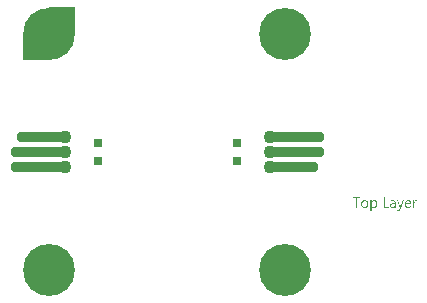
<source format=gtl>
G04*
G04 #@! TF.GenerationSoftware,Altium Limited,Altium Designer,22.4.2 (48)*
G04*
G04 Layer_Physical_Order=1*
G04 Layer_Color=255*
%FSAX44Y44*%
%MOMM*%
G71*
G04*
G04 #@! TF.SameCoordinates,3CED078E-C40B-4900-A66E-FCBC5E85EC31*
G04*
G04*
G04 #@! TF.FilePolarity,Positive*
G04*
G01*
G75*
G04:AMPARAMS|DCode=16|XSize=0.9mm|YSize=4.8mm|CornerRadius=0.351mm|HoleSize=0mm|Usage=FLASHONLY|Rotation=90.000|XOffset=0mm|YOffset=0mm|HoleType=Round|Shape=RoundedRectangle|*
%AMROUNDEDRECTD16*
21,1,0.9000,4.0980,0,0,90.0*
21,1,0.1980,4.8000,0,0,90.0*
1,1,0.7020,2.0490,0.0990*
1,1,0.7020,2.0490,-0.0990*
1,1,0.7020,-2.0490,-0.0990*
1,1,0.7020,-2.0490,0.0990*
%
%ADD16ROUNDEDRECTD16*%
G04:AMPARAMS|DCode=17|XSize=0.9mm|YSize=4.3mm|CornerRadius=0.351mm|HoleSize=0mm|Usage=FLASHONLY|Rotation=90.000|XOffset=0mm|YOffset=0mm|HoleType=Round|Shape=RoundedRectangle|*
%AMROUNDEDRECTD17*
21,1,0.9000,3.5980,0,0,90.0*
21,1,0.1980,4.3000,0,0,90.0*
1,1,0.7020,1.7990,0.0990*
1,1,0.7020,1.7990,-0.0990*
1,1,0.7020,-1.7990,-0.0990*
1,1,0.7020,-1.7990,0.0990*
%
%ADD17ROUNDEDRECTD17*%
%ADD19C,1.1000*%
%ADD22R,0.8000X0.8000*%
%ADD23C,0.2500*%
%ADD24C,4.4000*%
%ADD25C,0.6000*%
G36*
X-00122155Y00078000D02*
X-00099000Y00078000D01*
X-00078000Y00099000D01*
X-00078000Y00122155D01*
X-00099845Y00122155D01*
X-00122155Y00099845D01*
X-00122155Y00078000D01*
X-00122155Y00078000D02*
G37*
G36*
X00175295Y-00040988D02*
X00175381Y-00040995D01*
X00175483Y-00041003D01*
X00175601Y-00041027D01*
X00175735Y-00041051D01*
X00175884Y-00041090D01*
X00176033Y-00041137D01*
X00176190Y-00041192D01*
X00176347Y-00041262D01*
X00176512Y-00041341D01*
X00176669Y-00041443D01*
X00176818Y-00041561D01*
X00176967Y-00041694D01*
X00177100Y-00041843D01*
X00177108Y-00041851D01*
X00177132Y-00041882D01*
X00177163Y-00041929D01*
X00177210Y-00042000D01*
X00177257Y-00042087D01*
X00177320Y-00042189D01*
X00177383Y-00042314D01*
X00177446Y-00042448D01*
X00177508Y-00042604D01*
X00177571Y-00042777D01*
X00177634Y-00042965D01*
X00177681Y-00043170D01*
X00177728Y-00043389D01*
X00177759Y-00043625D01*
X00177783Y-00043876D01*
X00177791Y-00044135D01*
X00177791Y-00044143D01*
X00177791Y-00044151D01*
X00177791Y-00044174D01*
X00177791Y-00044206D01*
X00177783Y-00044292D01*
X00177775Y-00044402D01*
X00177767Y-00044535D01*
X00177752Y-00044692D01*
X00177728Y-00044865D01*
X00177697Y-00045053D01*
X00177650Y-00045250D01*
X00177603Y-00045461D01*
X00177540Y-00045673D01*
X00177461Y-00045885D01*
X00177375Y-00046097D01*
X00177273Y-00046309D01*
X00177147Y-00046505D01*
X00177014Y-00046694D01*
X00177006Y-00046701D01*
X00176975Y-00046733D01*
X00176935Y-00046780D01*
X00176873Y-00046843D01*
X00176794Y-00046913D01*
X00176700Y-00047000D01*
X00176582Y-00047086D01*
X00176457Y-00047172D01*
X00176315Y-00047259D01*
X00176150Y-00047345D01*
X00175978Y-00047431D01*
X00175790Y-00047502D01*
X00175585Y-00047565D01*
X00175366Y-00047612D01*
X00175130Y-00047643D01*
X00174887Y-00047651D01*
X00174832Y-00047651D01*
X00174769Y-00047643D01*
X00174683Y-00047635D01*
X00174581Y-00047620D01*
X00174463Y-00047596D01*
X00174330Y-00047565D01*
X00174181Y-00047518D01*
X00174031Y-00047463D01*
X00173874Y-00047392D01*
X00173717Y-00047306D01*
X00173553Y-00047204D01*
X00173396Y-00047078D01*
X00173247Y-00046937D01*
X00173105Y-00046772D01*
X00172972Y-00046584D01*
X00172948Y-00046584D01*
X00172948Y-00050430D01*
X00171928Y-00050430D01*
X00171928Y-00041129D01*
X00172948Y-00041129D01*
X00172948Y-00042251D01*
X00172972Y-00042251D01*
X00172980Y-00042236D01*
X00173011Y-00042196D01*
X00173050Y-00042134D01*
X00173113Y-00042055D01*
X00173192Y-00041953D01*
X00173286Y-00041851D01*
X00173403Y-00041733D01*
X00173529Y-00041616D01*
X00173678Y-00041498D01*
X00173843Y-00041380D01*
X00174024Y-00041278D01*
X00174220Y-00041176D01*
X00174432Y-00041098D01*
X00174667Y-00041035D01*
X00174911Y-00040995D01*
X00175177Y-00040980D01*
X00175232Y-00040980D01*
X00175295Y-00040988D01*
X00175295Y-00040988D02*
G37*
G36*
X00211085Y-00041027D02*
X00211171Y-00041027D01*
X00211265Y-00041043D01*
X00211367Y-00041058D01*
X00211469Y-00041074D01*
X00211556Y-00041105D01*
X00211556Y-00042165D01*
X00211540Y-00042157D01*
X00211509Y-00042134D01*
X00211446Y-00042102D01*
X00211359Y-00042063D01*
X00211242Y-00042024D01*
X00211116Y-00041992D01*
X00210959Y-00041969D01*
X00210779Y-00041961D01*
X00210716Y-00041961D01*
X00210669Y-00041969D01*
X00210614Y-00041977D01*
X00210551Y-00041992D01*
X00210402Y-00042039D01*
X00210315Y-00042071D01*
X00210229Y-00042110D01*
X00210135Y-00042165D01*
X00210041Y-00042220D01*
X00209954Y-00042291D01*
X00209860Y-00042377D01*
X00209774Y-00042471D01*
X00209688Y-00042581D01*
X00209680Y-00042589D01*
X00209672Y-00042612D01*
X00209648Y-00042644D01*
X00209617Y-00042691D01*
X00209586Y-00042754D01*
X00209546Y-00042832D01*
X00209507Y-00042919D01*
X00209468Y-00043021D01*
X00209429Y-00043130D01*
X00209389Y-00043256D01*
X00209350Y-00043397D01*
X00209319Y-00043546D01*
X00209287Y-00043711D01*
X00209264Y-00043884D01*
X00209256Y-00044064D01*
X00209248Y-00044261D01*
X00209248Y-00047502D01*
X00208228Y-00047502D01*
X00208228Y-00041129D01*
X00209248Y-00041129D01*
X00209248Y-00042448D01*
X00209272Y-00042448D01*
X00209272Y-00042440D01*
X00209279Y-00042416D01*
X00209295Y-00042385D01*
X00209311Y-00042338D01*
X00209334Y-00042283D01*
X00209366Y-00042212D01*
X00209436Y-00042063D01*
X00209531Y-00041890D01*
X00209648Y-00041718D01*
X00209782Y-00041553D01*
X00209939Y-00041396D01*
X00209947Y-00041388D01*
X00209962Y-00041380D01*
X00209986Y-00041364D01*
X00210017Y-00041333D01*
X00210056Y-00041309D01*
X00210111Y-00041278D01*
X00210229Y-00041207D01*
X00210378Y-00041137D01*
X00210551Y-00041074D01*
X00210739Y-00041035D01*
X00210841Y-00041027D01*
X00210943Y-00041019D01*
X00211006Y-00041019D01*
X00211085Y-00041027D01*
X00211085Y-00041027D02*
G37*
G36*
X00197538Y-00048522D02*
X00197538Y-00048530D01*
X00197530Y-00048546D01*
X00197514Y-00048569D01*
X00197499Y-00048609D01*
X00197483Y-00048656D01*
X00197460Y-00048703D01*
X00197397Y-00048829D01*
X00197310Y-00048978D01*
X00197216Y-00049150D01*
X00197099Y-00049323D01*
X00196965Y-00049511D01*
X00196816Y-00049692D01*
X00196651Y-00049872D01*
X00196471Y-00050045D01*
X00196274Y-00050194D01*
X00196062Y-00050320D01*
X00195953Y-00050367D01*
X00195835Y-00050414D01*
X00195717Y-00050453D01*
X00195592Y-00050477D01*
X00195466Y-00050492D01*
X00195333Y-00050500D01*
X00195270Y-00050500D01*
X00195191Y-00050492D01*
X00195097Y-00050492D01*
X00194995Y-00050477D01*
X00194885Y-00050461D01*
X00194767Y-00050445D01*
X00194665Y-00050414D01*
X00194665Y-00049503D01*
X00194681Y-00049511D01*
X00194720Y-00049519D01*
X00194783Y-00049535D01*
X00194862Y-00049558D01*
X00194956Y-00049582D01*
X00195058Y-00049598D01*
X00195168Y-00049605D01*
X00195270Y-00049613D01*
X00195301Y-00049613D01*
X00195340Y-00049605D01*
X00195395Y-00049598D01*
X00195458Y-00049582D01*
X00195537Y-00049566D01*
X00195615Y-00049535D01*
X00195709Y-00049496D01*
X00195796Y-00049448D01*
X00195898Y-00049386D01*
X00195992Y-00049315D01*
X00196086Y-00049229D01*
X00196180Y-00049119D01*
X00196274Y-00049001D01*
X00196353Y-00048860D01*
X00196431Y-00048695D01*
X00196942Y-00047494D01*
X00194454Y-00041129D01*
X00195584Y-00041129D01*
X00197310Y-00046034D01*
X00197310Y-00046042D01*
X00197318Y-00046058D01*
X00197326Y-00046081D01*
X00197342Y-00046129D01*
X00197358Y-00046191D01*
X00197373Y-00046278D01*
X00197405Y-00046388D01*
X00197436Y-00046521D01*
X00197475Y-00046521D01*
X00197475Y-00046513D01*
X00197483Y-00046490D01*
X00197491Y-00046458D01*
X00197507Y-00046403D01*
X00197522Y-00046340D01*
X00197538Y-00046262D01*
X00197569Y-00046160D01*
X00197601Y-00046050D01*
X00199414Y-00041129D01*
X00200466Y-00041129D01*
X00197538Y-00048522D01*
X00197538Y-00048522D02*
G37*
G36*
X00191322Y-00040988D02*
X00191377Y-00040988D01*
X00191432Y-00040995D01*
X00191502Y-00041003D01*
X00191581Y-00041019D01*
X00191746Y-00041051D01*
X00191942Y-00041105D01*
X00192138Y-00041176D01*
X00192350Y-00041278D01*
X00192562Y-00041404D01*
X00192664Y-00041474D01*
X00192766Y-00041561D01*
X00192860Y-00041655D01*
X00192954Y-00041749D01*
X00193041Y-00041859D01*
X00193119Y-00041985D01*
X00193198Y-00042110D01*
X00193268Y-00042251D01*
X00193323Y-00042408D01*
X00193378Y-00042573D01*
X00193417Y-00042746D01*
X00193449Y-00042942D01*
X00193465Y-00043138D01*
X00193472Y-00043358D01*
X00193472Y-00047502D01*
X00192452Y-00047502D01*
X00192452Y-00046513D01*
X00192428Y-00046513D01*
X00192421Y-00046529D01*
X00192397Y-00046560D01*
X00192358Y-00046615D01*
X00192303Y-00046694D01*
X00192232Y-00046780D01*
X00192146Y-00046874D01*
X00192052Y-00046976D01*
X00191934Y-00047078D01*
X00191801Y-00047188D01*
X00191659Y-00047290D01*
X00191495Y-00047384D01*
X00191322Y-00047471D01*
X00191126Y-00047549D01*
X00190922Y-00047604D01*
X00190702Y-00047635D01*
X00190466Y-00047651D01*
X00190372Y-00047651D01*
X00190309Y-00047643D01*
X00190231Y-00047635D01*
X00190137Y-00047628D01*
X00190035Y-00047612D01*
X00189925Y-00047588D01*
X00189681Y-00047526D01*
X00189564Y-00047486D01*
X00189438Y-00047439D01*
X00189313Y-00047384D01*
X00189195Y-00047314D01*
X00189085Y-00047235D01*
X00188975Y-00047149D01*
X00188967Y-00047141D01*
X00188952Y-00047125D01*
X00188928Y-00047094D01*
X00188889Y-00047055D01*
X00188850Y-00047008D01*
X00188810Y-00046945D01*
X00188755Y-00046874D01*
X00188708Y-00046796D01*
X00188661Y-00046701D01*
X00188614Y-00046599D01*
X00188567Y-00046490D01*
X00188528Y-00046372D01*
X00188489Y-00046246D01*
X00188465Y-00046113D01*
X00188449Y-00045964D01*
X00188442Y-00045815D01*
X00188442Y-00045807D01*
X00188442Y-00045791D01*
X00188442Y-00045767D01*
X00188449Y-00045736D01*
X00188449Y-00045697D01*
X00188457Y-00045650D01*
X00188473Y-00045532D01*
X00188504Y-00045391D01*
X00188551Y-00045234D01*
X00188614Y-00045061D01*
X00188708Y-00044881D01*
X00188818Y-00044700D01*
X00188952Y-00044520D01*
X00189038Y-00044433D01*
X00189124Y-00044347D01*
X00189226Y-00044261D01*
X00189328Y-00044182D01*
X00189446Y-00044104D01*
X00189572Y-00044033D01*
X00189705Y-00043970D01*
X00189854Y-00043907D01*
X00190011Y-00043852D01*
X00190176Y-00043805D01*
X00190357Y-00043766D01*
X00190545Y-00043735D01*
X00192452Y-00043468D01*
X00192452Y-00043460D01*
X00192452Y-00043452D01*
X00192452Y-00043429D01*
X00192452Y-00043397D01*
X00192444Y-00043319D01*
X00192428Y-00043217D01*
X00192413Y-00043091D01*
X00192381Y-00042950D01*
X00192342Y-00042809D01*
X00192287Y-00042652D01*
X00192217Y-00042502D01*
X00192130Y-00042353D01*
X00192028Y-00042220D01*
X00191903Y-00042094D01*
X00191746Y-00041992D01*
X00191573Y-00041914D01*
X00191479Y-00041882D01*
X00191369Y-00041859D01*
X00191259Y-00041851D01*
X00191141Y-00041843D01*
X00191086Y-00041843D01*
X00191031Y-00041851D01*
X00190945Y-00041859D01*
X00190843Y-00041867D01*
X00190725Y-00041882D01*
X00190592Y-00041906D01*
X00190451Y-00041937D01*
X00190294Y-00041985D01*
X00190129Y-00042032D01*
X00189956Y-00042094D01*
X00189776Y-00042173D01*
X00189595Y-00042267D01*
X00189415Y-00042369D01*
X00189234Y-00042487D01*
X00189062Y-00042628D01*
X00189062Y-00041584D01*
X00189069Y-00041576D01*
X00189101Y-00041561D01*
X00189156Y-00041529D01*
X00189226Y-00041490D01*
X00189321Y-00041443D01*
X00189422Y-00041396D01*
X00189548Y-00041341D01*
X00189689Y-00041278D01*
X00189839Y-00041223D01*
X00190003Y-00041168D01*
X00190184Y-00041121D01*
X00190372Y-00041074D01*
X00190576Y-00041035D01*
X00190780Y-00041003D01*
X00191000Y-00040988D01*
X00191228Y-00040980D01*
X00191283Y-00040980D01*
X00191322Y-00040988D01*
X00191322Y-00040988D02*
G37*
G36*
X00184101Y-00046560D02*
X00187688Y-00046560D01*
X00187688Y-00047502D01*
X00183057Y-00047502D01*
X00183057Y-00038578D01*
X00184101Y-00038578D01*
X00184101Y-00046560D01*
X00184101Y-00046560D02*
G37*
G36*
X00163193Y-00039528D02*
X00160618Y-00039528D01*
X00160618Y-00047502D01*
X00159574Y-00047502D01*
X00159574Y-00039528D01*
X00157000Y-00039528D01*
X00157000Y-00038578D01*
X00163193Y-00038578D01*
X00163193Y-00039528D01*
X00163193Y-00039528D02*
G37*
G36*
X00204186Y-00040988D02*
X00204272Y-00040995D01*
X00204382Y-00041003D01*
X00204500Y-00041019D01*
X00204633Y-00041051D01*
X00204774Y-00041082D01*
X00204931Y-00041121D01*
X00205088Y-00041176D01*
X00205245Y-00041247D01*
X00205410Y-00041325D01*
X00205567Y-00041419D01*
X00205716Y-00041529D01*
X00205865Y-00041655D01*
X00205999Y-00041796D01*
X00206007Y-00041804D01*
X00206030Y-00041835D01*
X00206062Y-00041882D01*
X00206109Y-00041945D01*
X00206156Y-00042024D01*
X00206218Y-00042126D01*
X00206281Y-00042243D01*
X00206344Y-00042377D01*
X00206407Y-00042534D01*
X00206470Y-00042699D01*
X00206532Y-00042887D01*
X00206580Y-00043083D01*
X00206627Y-00043303D01*
X00206658Y-00043531D01*
X00206682Y-00043782D01*
X00206689Y-00044041D01*
X00206689Y-00044574D01*
X00202184Y-00044574D01*
X00202184Y-00044590D01*
X00202184Y-00044622D01*
X00202192Y-00044676D01*
X00202200Y-00044747D01*
X00202208Y-00044841D01*
X00202224Y-00044943D01*
X00202239Y-00045053D01*
X00202271Y-00045179D01*
X00202341Y-00045446D01*
X00202388Y-00045579D01*
X00202443Y-00045720D01*
X00202506Y-00045854D01*
X00202577Y-00045987D01*
X00202663Y-00046105D01*
X00202757Y-00046223D01*
X00202765Y-00046231D01*
X00202781Y-00046246D01*
X00202812Y-00046278D01*
X00202859Y-00046309D01*
X00202914Y-00046356D01*
X00202985Y-00046403D01*
X00203063Y-00046458D01*
X00203150Y-00046505D01*
X00203252Y-00046560D01*
X00203370Y-00046615D01*
X00203487Y-00046662D01*
X00203629Y-00046709D01*
X00203770Y-00046741D01*
X00203927Y-00046772D01*
X00204092Y-00046788D01*
X00204264Y-00046796D01*
X00204311Y-00046796D01*
X00204366Y-00046788D01*
X00204445Y-00046788D01*
X00204539Y-00046772D01*
X00204649Y-00046756D01*
X00204774Y-00046733D01*
X00204916Y-00046709D01*
X00205065Y-00046670D01*
X00205222Y-00046623D01*
X00205387Y-00046568D01*
X00205551Y-00046497D01*
X00205724Y-00046419D01*
X00205897Y-00046325D01*
X00206069Y-00046215D01*
X00206242Y-00046089D01*
X00206242Y-00047047D01*
X00206234Y-00047055D01*
X00206203Y-00047070D01*
X00206156Y-00047102D01*
X00206093Y-00047141D01*
X00206007Y-00047188D01*
X00205905Y-00047235D01*
X00205787Y-00047290D01*
X00205653Y-00047345D01*
X00205497Y-00047408D01*
X00205332Y-00047463D01*
X00205151Y-00047510D01*
X00204955Y-00047557D01*
X00204743Y-00047596D01*
X00204515Y-00047628D01*
X00204272Y-00047643D01*
X00204021Y-00047651D01*
X00203958Y-00047651D01*
X00203895Y-00047643D01*
X00203801Y-00047635D01*
X00203683Y-00047628D01*
X00203550Y-00047604D01*
X00203409Y-00047580D01*
X00203252Y-00047541D01*
X00203087Y-00047494D01*
X00202914Y-00047439D01*
X00202734Y-00047369D01*
X00202561Y-00047290D01*
X00202381Y-00047188D01*
X00202216Y-00047070D01*
X00202051Y-00046937D01*
X00201902Y-00046788D01*
X00201894Y-00046780D01*
X00201870Y-00046749D01*
X00201831Y-00046694D01*
X00201784Y-00046623D01*
X00201721Y-00046537D01*
X00201658Y-00046427D01*
X00201588Y-00046301D01*
X00201517Y-00046152D01*
X00201447Y-00045995D01*
X00201376Y-00045807D01*
X00201313Y-00045610D01*
X00201250Y-00045391D01*
X00201203Y-00045155D01*
X00201164Y-00044904D01*
X00201140Y-00044630D01*
X00201133Y-00044347D01*
X00201133Y-00044339D01*
X00201133Y-00044331D01*
X00201133Y-00044308D01*
X00201133Y-00044284D01*
X00201140Y-00044206D01*
X00201148Y-00044096D01*
X00201156Y-00043970D01*
X00201180Y-00043829D01*
X00201203Y-00043664D01*
X00201235Y-00043484D01*
X00201282Y-00043295D01*
X00201337Y-00043099D01*
X00201407Y-00042895D01*
X00201486Y-00042691D01*
X00201580Y-00042495D01*
X00201698Y-00042291D01*
X00201823Y-00042102D01*
X00201972Y-00041922D01*
X00201980Y-00041914D01*
X00202012Y-00041882D01*
X00202059Y-00041835D01*
X00202122Y-00041773D01*
X00202208Y-00041702D01*
X00202310Y-00041623D01*
X00202420Y-00041537D01*
X00202553Y-00041451D01*
X00202694Y-00041364D01*
X00202859Y-00041278D01*
X00203032Y-00041200D01*
X00203213Y-00041129D01*
X00203409Y-00041066D01*
X00203621Y-00041019D01*
X00203840Y-00040988D01*
X00204068Y-00040980D01*
X00204123Y-00040980D01*
X00204186Y-00040988D01*
X00204186Y-00040988D02*
G37*
G36*
X00167407Y-00040988D02*
X00167509Y-00040995D01*
X00167627Y-00041003D01*
X00167768Y-00041027D01*
X00167917Y-00041051D01*
X00168082Y-00041090D01*
X00168263Y-00041137D01*
X00168443Y-00041192D01*
X00168624Y-00041262D01*
X00168812Y-00041349D01*
X00168993Y-00041451D01*
X00169173Y-00041568D01*
X00169338Y-00041702D01*
X00169495Y-00041859D01*
X00169503Y-00041867D01*
X00169526Y-00041898D01*
X00169566Y-00041953D01*
X00169620Y-00042024D01*
X00169683Y-00042110D01*
X00169746Y-00042220D01*
X00169825Y-00042345D01*
X00169895Y-00042495D01*
X00169974Y-00042660D01*
X00170044Y-00042840D01*
X00170107Y-00043036D01*
X00170170Y-00043256D01*
X00170225Y-00043491D01*
X00170264Y-00043743D01*
X00170288Y-00044009D01*
X00170296Y-00044292D01*
X00170296Y-00044300D01*
X00170296Y-00044308D01*
X00170296Y-00044331D01*
X00170296Y-00044363D01*
X00170288Y-00044441D01*
X00170280Y-00044543D01*
X00170272Y-00044676D01*
X00170248Y-00044826D01*
X00170225Y-00044991D01*
X00170186Y-00045171D01*
X00170138Y-00045359D01*
X00170084Y-00045563D01*
X00170013Y-00045767D01*
X00169935Y-00045972D01*
X00169832Y-00046176D01*
X00169715Y-00046372D01*
X00169581Y-00046560D01*
X00169432Y-00046741D01*
X00169424Y-00046749D01*
X00169393Y-00046780D01*
X00169346Y-00046827D01*
X00169275Y-00046882D01*
X00169189Y-00046953D01*
X00169087Y-00047031D01*
X00168961Y-00047110D01*
X00168820Y-00047196D01*
X00168663Y-00047282D01*
X00168490Y-00047361D01*
X00168302Y-00047439D01*
X00168098Y-00047510D01*
X00167870Y-00047565D01*
X00167635Y-00047612D01*
X00167391Y-00047643D01*
X00167125Y-00047651D01*
X00167062Y-00047651D01*
X00166991Y-00047643D01*
X00166889Y-00047635D01*
X00166772Y-00047628D01*
X00166630Y-00047604D01*
X00166481Y-00047580D01*
X00166316Y-00047541D01*
X00166136Y-00047494D01*
X00165955Y-00047431D01*
X00165767Y-00047361D01*
X00165578Y-00047274D01*
X00165390Y-00047172D01*
X00165202Y-00047055D01*
X00165029Y-00046921D01*
X00164864Y-00046764D01*
X00164856Y-00046756D01*
X00164825Y-00046725D01*
X00164786Y-00046670D01*
X00164731Y-00046599D01*
X00164668Y-00046513D01*
X00164597Y-00046403D01*
X00164527Y-00046278D01*
X00164448Y-00046129D01*
X00164370Y-00045972D01*
X00164291Y-00045791D01*
X00164221Y-00045595D01*
X00164158Y-00045383D01*
X00164103Y-00045163D01*
X00164064Y-00044920D01*
X00164032Y-00044661D01*
X00164025Y-00044394D01*
X00164025Y-00044386D01*
X00164025Y-00044378D01*
X00164025Y-00044355D01*
X00164025Y-00044323D01*
X00164032Y-00044237D01*
X00164040Y-00044127D01*
X00164048Y-00043994D01*
X00164072Y-00043837D01*
X00164095Y-00043664D01*
X00164134Y-00043476D01*
X00164181Y-00043280D01*
X00164236Y-00043075D01*
X00164307Y-00042863D01*
X00164393Y-00042652D01*
X00164495Y-00042448D01*
X00164605Y-00042251D01*
X00164739Y-00042063D01*
X00164896Y-00041882D01*
X00164904Y-00041875D01*
X00164935Y-00041843D01*
X00164990Y-00041796D01*
X00165061Y-00041741D01*
X00165147Y-00041670D01*
X00165257Y-00041600D01*
X00165382Y-00041514D01*
X00165523Y-00041427D01*
X00165681Y-00041349D01*
X00165861Y-00041262D01*
X00166057Y-00041192D01*
X00166269Y-00041121D01*
X00166497Y-00041066D01*
X00166740Y-00041019D01*
X00166999Y-00040988D01*
X00167274Y-00040980D01*
X00167337Y-00040980D01*
X00167407Y-00040988D01*
X00167407Y-00040988D02*
G37*
%LPC*%
G36*
X00174926Y-00041843D02*
X00174840Y-00041843D01*
X00174777Y-00041851D01*
X00174699Y-00041859D01*
X00174612Y-00041875D01*
X00174518Y-00041898D01*
X00174408Y-00041922D01*
X00174298Y-00041953D01*
X00174181Y-00041992D01*
X00174063Y-00042047D01*
X00173945Y-00042102D01*
X00173827Y-00042173D01*
X00173710Y-00042259D01*
X00173592Y-00042353D01*
X00173490Y-00042463D01*
X00173482Y-00042471D01*
X00173466Y-00042495D01*
X00173443Y-00042526D01*
X00173403Y-00042573D01*
X00173364Y-00042636D01*
X00173317Y-00042706D01*
X00173270Y-00042793D01*
X00173223Y-00042887D01*
X00173168Y-00042997D01*
X00173121Y-00043115D01*
X00173074Y-00043240D01*
X00173035Y-00043382D01*
X00172995Y-00043531D01*
X00172972Y-00043680D01*
X00172956Y-00043845D01*
X00172948Y-00044017D01*
X00172948Y-00044904D01*
X00172948Y-00044912D01*
X00172948Y-00044935D01*
X00172948Y-00044983D01*
X00172956Y-00045038D01*
X00172964Y-00045108D01*
X00172972Y-00045187D01*
X00172988Y-00045273D01*
X00173011Y-00045367D01*
X00173074Y-00045579D01*
X00173113Y-00045689D01*
X00173160Y-00045807D01*
X00173223Y-00045917D01*
X00173294Y-00046034D01*
X00173372Y-00046144D01*
X00173458Y-00046246D01*
X00173466Y-00046254D01*
X00173482Y-00046270D01*
X00173513Y-00046293D01*
X00173553Y-00046333D01*
X00173600Y-00046372D01*
X00173662Y-00046419D01*
X00173733Y-00046466D01*
X00173820Y-00046521D01*
X00173906Y-00046568D01*
X00174008Y-00046623D01*
X00174118Y-00046670D01*
X00174228Y-00046709D01*
X00174353Y-00046749D01*
X00174487Y-00046772D01*
X00174628Y-00046788D01*
X00174769Y-00046796D01*
X00174808Y-00046796D01*
X00174855Y-00046788D01*
X00174926Y-00046788D01*
X00174997Y-00046772D01*
X00175091Y-00046756D01*
X00175193Y-00046733D01*
X00175295Y-00046709D01*
X00175413Y-00046670D01*
X00175530Y-00046623D01*
X00175648Y-00046568D01*
X00175774Y-00046497D01*
X00175891Y-00046419D01*
X00176009Y-00046325D01*
X00176119Y-00046215D01*
X00176221Y-00046089D01*
X00176229Y-00046081D01*
X00176245Y-00046058D01*
X00176268Y-00046019D01*
X00176308Y-00045956D01*
X00176347Y-00045885D01*
X00176386Y-00045799D01*
X00176433Y-00045689D01*
X00176488Y-00045571D01*
X00176535Y-00045438D01*
X00176582Y-00045289D01*
X00176621Y-00045132D01*
X00176669Y-00044951D01*
X00176700Y-00044763D01*
X00176723Y-00044559D01*
X00176739Y-00044339D01*
X00176747Y-00044111D01*
X00176747Y-00044096D01*
X00176747Y-00044064D01*
X00176747Y-00044009D01*
X00176739Y-00043939D01*
X00176731Y-00043845D01*
X00176723Y-00043743D01*
X00176708Y-00043633D01*
X00176684Y-00043507D01*
X00176629Y-00043240D01*
X00176590Y-00043099D01*
X00176535Y-00042965D01*
X00176480Y-00042824D01*
X00176417Y-00042691D01*
X00176339Y-00042565D01*
X00176253Y-00042448D01*
X00176245Y-00042440D01*
X00176229Y-00042424D01*
X00176206Y-00042393D01*
X00176166Y-00042353D01*
X00176111Y-00042306D01*
X00176056Y-00042259D01*
X00175986Y-00042204D01*
X00175907Y-00042141D01*
X00175813Y-00042087D01*
X00175719Y-00042032D01*
X00175609Y-00041985D01*
X00175491Y-00041937D01*
X00175358Y-00041898D01*
X00175224Y-00041867D01*
X00175083Y-00041851D01*
X00174926Y-00041843D01*
X00174926Y-00041843D02*
G37*
G36*
X00192452Y-00044284D02*
X00190914Y-00044496D01*
X00190906Y-00044496D01*
X00190882Y-00044504D01*
X00190843Y-00044504D01*
X00190796Y-00044512D01*
X00190741Y-00044527D01*
X00190671Y-00044543D01*
X00190513Y-00044574D01*
X00190341Y-00044622D01*
X00190168Y-00044684D01*
X00189995Y-00044763D01*
X00189917Y-00044802D01*
X00189846Y-00044849D01*
X00189831Y-00044865D01*
X00189791Y-00044896D01*
X00189729Y-00044959D01*
X00189666Y-00045053D01*
X00189603Y-00045179D01*
X00189572Y-00045250D01*
X00189540Y-00045328D01*
X00189517Y-00045414D01*
X00189501Y-00045516D01*
X00189493Y-00045618D01*
X00189485Y-00045736D01*
X00189485Y-00045744D01*
X00189485Y-00045760D01*
X00189485Y-00045783D01*
X00189493Y-00045815D01*
X00189501Y-00045901D01*
X00189525Y-00046011D01*
X00189564Y-00046129D01*
X00189627Y-00046262D01*
X00189705Y-00046388D01*
X00189815Y-00046505D01*
X00189823Y-00046505D01*
X00189831Y-00046521D01*
X00189878Y-00046552D01*
X00189948Y-00046599D01*
X00190050Y-00046646D01*
X00190184Y-00046701D01*
X00190333Y-00046749D01*
X00190513Y-00046780D01*
X00190710Y-00046796D01*
X00190780Y-00046796D01*
X00190835Y-00046788D01*
X00190898Y-00046780D01*
X00190977Y-00046764D01*
X00191055Y-00046749D01*
X00191149Y-00046725D01*
X00191345Y-00046662D01*
X00191448Y-00046623D01*
X00191557Y-00046568D01*
X00191659Y-00046505D01*
X00191761Y-00046435D01*
X00191863Y-00046356D01*
X00191958Y-00046262D01*
X00191966Y-00046254D01*
X00191981Y-00046238D01*
X00192005Y-00046207D01*
X00192036Y-00046168D01*
X00192075Y-00046113D01*
X00192115Y-00046050D01*
X00192162Y-00045979D01*
X00192209Y-00045893D01*
X00192248Y-00045799D01*
X00192295Y-00045697D01*
X00192334Y-00045587D01*
X00192374Y-00045469D01*
X00192405Y-00045344D01*
X00192428Y-00045210D01*
X00192444Y-00045069D01*
X00192452Y-00044920D01*
X00192452Y-00044284D01*
X00192452Y-00044284D02*
G37*
G36*
X00204052Y-00041843D02*
X00203982Y-00041843D01*
X00203935Y-00041851D01*
X00203872Y-00041859D01*
X00203793Y-00041867D01*
X00203715Y-00041882D01*
X00203629Y-00041906D01*
X00203432Y-00041969D01*
X00203330Y-00042008D01*
X00203228Y-00042063D01*
X00203126Y-00042118D01*
X00203016Y-00042189D01*
X00202922Y-00042267D01*
X00202820Y-00042361D01*
X00202812Y-00042369D01*
X00202796Y-00042385D01*
X00202773Y-00042416D01*
X00202742Y-00042455D01*
X00202702Y-00042510D01*
X00202655Y-00042565D01*
X00202608Y-00042644D01*
X00202553Y-00042722D01*
X00202498Y-00042816D01*
X00202451Y-00042919D01*
X00202396Y-00043028D01*
X00202349Y-00043146D01*
X00202302Y-00043280D01*
X00202263Y-00043413D01*
X00202224Y-00043562D01*
X00202200Y-00043711D01*
X00205646Y-00043711D01*
X00205646Y-00043703D01*
X00205646Y-00043672D01*
X00205646Y-00043625D01*
X00205638Y-00043562D01*
X00205630Y-00043491D01*
X00205622Y-00043405D01*
X00205606Y-00043311D01*
X00205591Y-00043209D01*
X00205536Y-00042989D01*
X00205457Y-00042754D01*
X00205410Y-00042644D01*
X00205355Y-00042534D01*
X00205292Y-00042432D01*
X00205214Y-00042338D01*
X00205206Y-00042330D01*
X00205198Y-00042314D01*
X00205175Y-00042291D01*
X00205135Y-00042259D01*
X00205096Y-00042220D01*
X00205041Y-00042181D01*
X00204986Y-00042134D01*
X00204916Y-00042087D01*
X00204837Y-00042047D01*
X00204751Y-00042000D01*
X00204649Y-00041961D01*
X00204547Y-00041922D01*
X00204437Y-00041890D01*
X00204319Y-00041867D01*
X00204186Y-00041851D01*
X00204052Y-00041843D01*
X00204052Y-00041843D02*
G37*
G36*
X00167195Y-00041843D02*
X00167156Y-00041843D01*
X00167101Y-00041851D01*
X00167031Y-00041851D01*
X00166952Y-00041867D01*
X00166858Y-00041875D01*
X00166748Y-00041898D01*
X00166630Y-00041929D01*
X00166513Y-00041961D01*
X00166387Y-00042008D01*
X00166254Y-00042063D01*
X00166128Y-00042126D01*
X00165994Y-00042204D01*
X00165869Y-00042291D01*
X00165751Y-00042393D01*
X00165641Y-00042510D01*
X00165633Y-00042518D01*
X00165618Y-00042542D01*
X00165586Y-00042581D01*
X00165555Y-00042636D01*
X00165508Y-00042699D01*
X00165461Y-00042785D01*
X00165406Y-00042879D01*
X00165359Y-00042989D01*
X00165304Y-00043115D01*
X00165249Y-00043256D01*
X00165202Y-00043405D01*
X00165155Y-00043570D01*
X00165123Y-00043750D01*
X00165092Y-00043939D01*
X00165076Y-00044143D01*
X00165068Y-00044355D01*
X00165068Y-00044370D01*
X00165068Y-00044402D01*
X00165076Y-00044465D01*
X00165076Y-00044543D01*
X00165084Y-00044637D01*
X00165100Y-00044747D01*
X00165115Y-00044873D01*
X00165139Y-00045006D01*
X00165170Y-00045148D01*
X00165210Y-00045289D01*
X00165257Y-00045438D01*
X00165312Y-00045587D01*
X00165374Y-00045736D01*
X00165453Y-00045877D01*
X00165539Y-00046019D01*
X00165641Y-00046144D01*
X00165649Y-00046152D01*
X00165665Y-00046176D01*
X00165704Y-00046207D01*
X00165751Y-00046246D01*
X00165806Y-00046293D01*
X00165877Y-00046348D01*
X00165963Y-00046411D01*
X00166057Y-00046466D01*
X00166159Y-00046529D01*
X00166277Y-00046592D01*
X00166403Y-00046646D01*
X00166544Y-00046694D01*
X00166693Y-00046733D01*
X00166850Y-00046764D01*
X00167015Y-00046788D01*
X00167195Y-00046796D01*
X00167242Y-00046796D01*
X00167290Y-00046788D01*
X00167360Y-00046788D01*
X00167439Y-00046772D01*
X00167533Y-00046764D01*
X00167643Y-00046741D01*
X00167760Y-00046717D01*
X00167878Y-00046686D01*
X00168004Y-00046639D01*
X00168129Y-00046592D01*
X00168255Y-00046529D01*
X00168380Y-00046458D01*
X00168498Y-00046372D01*
X00168616Y-00046270D01*
X00168718Y-00046160D01*
X00168726Y-00046152D01*
X00168741Y-00046129D01*
X00168765Y-00046089D01*
X00168804Y-00046042D01*
X00168843Y-00045972D01*
X00168891Y-00045893D01*
X00168938Y-00045799D01*
X00168985Y-00045689D01*
X00169032Y-00045563D01*
X00169087Y-00045430D01*
X00169126Y-00045281D01*
X00169165Y-00045116D01*
X00169205Y-00044943D01*
X00169228Y-00044747D01*
X00169244Y-00044543D01*
X00169252Y-00044331D01*
X00169252Y-00044316D01*
X00169252Y-00044276D01*
X00169252Y-00044214D01*
X00169244Y-00044135D01*
X00169236Y-00044033D01*
X00169220Y-00043923D01*
X00169205Y-00043790D01*
X00169189Y-00043656D01*
X00169118Y-00043358D01*
X00169079Y-00043209D01*
X00169024Y-00043052D01*
X00168969Y-00042903D01*
X00168891Y-00042762D01*
X00168812Y-00042620D01*
X00168718Y-00042495D01*
X00168710Y-00042487D01*
X00168694Y-00042463D01*
X00168663Y-00042432D01*
X00168616Y-00042393D01*
X00168561Y-00042345D01*
X00168498Y-00042291D01*
X00168420Y-00042228D01*
X00168326Y-00042165D01*
X00168223Y-00042110D01*
X00168114Y-00042047D01*
X00167988Y-00041992D01*
X00167855Y-00041945D01*
X00167705Y-00041906D01*
X00167549Y-00041875D01*
X00167376Y-00041851D01*
X00167195Y-00041843D01*
X00167195Y-00041843D02*
G37*
%LPD*%
D16*
X-00109000Y-00012700D02*
D03*
X-00109000Y00000000D02*
D03*
X00109000Y00000000D02*
D03*
X00109000Y00012700D02*
D03*
D17*
X-00106500Y00012700D02*
D03*
X00106500Y-00012700D02*
D03*
D19*
X-00087000Y-00012700D02*
D03*
X-00087000Y00000000D02*
D03*
X-00087000Y00012700D02*
D03*
X00087000Y00000000D02*
D03*
X00087000Y-00012700D02*
D03*
X00087000Y00012700D02*
D03*
D22*
X-00059000Y-00007500D02*
D03*
X-00059000Y00007500D02*
D03*
X00059000Y-00007500D02*
D03*
X00059000Y00007500D02*
D03*
D23*
X-00106500Y00012700D02*
X-00087000Y00012700D01*
X00089500Y-00012700D02*
X00106500Y-00012700D01*
D24*
X-00100000Y-00100000D02*
D03*
X-00100000Y00100000D02*
D03*
X00100000Y-00100000D02*
D03*
X00100000Y00100000D02*
D03*
D25*
X-00115500Y00000000D02*
D03*
X00115500Y00000000D02*
D03*
M02*

</source>
